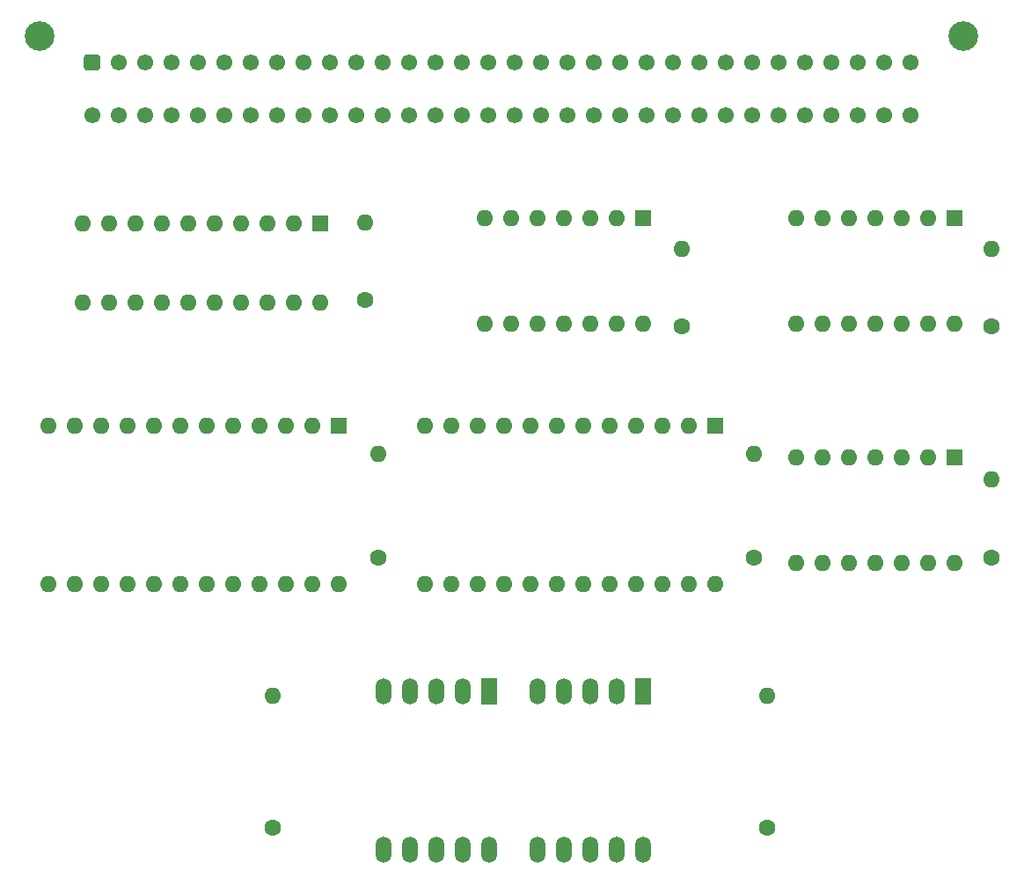
<source format=gbr>
%TF.GenerationSoftware,KiCad,Pcbnew,(5.1.12)-1*%
%TF.CreationDate,2022-04-03T13:26:01+02:00*%
%TF.ProjectId,ec1834-post,65633138-3334-42d7-906f-73742e6b6963,rev?*%
%TF.SameCoordinates,Original*%
%TF.FileFunction,Soldermask,Bot*%
%TF.FilePolarity,Negative*%
%FSLAX46Y46*%
G04 Gerber Fmt 4.6, Leading zero omitted, Abs format (unit mm)*
G04 Created by KiCad (PCBNEW (5.1.12)-1) date 2022-04-03 13:26:01*
%MOMM*%
%LPD*%
G01*
G04 APERTURE LIST*
%ADD10O,1.600000X1.600000*%
%ADD11C,1.600000*%
%ADD12R,1.600000X1.600000*%
%ADD13C,1.550000*%
%ADD14C,2.850000*%
%ADD15R,1.524000X2.524000*%
%ADD16O,1.524000X2.524000*%
G04 APERTURE END LIST*
D10*
%TO.C,C1*%
X85725000Y-43935000D03*
D11*
X85725000Y-51435000D03*
%TD*%
D10*
%TO.C,U2*%
X112000000Y-51160000D03*
X96760000Y-41000000D03*
X109460000Y-51160000D03*
X99300000Y-41000000D03*
X106920000Y-51160000D03*
X101840000Y-41000000D03*
X104380000Y-51160000D03*
X104380000Y-41000000D03*
X101840000Y-51160000D03*
X106920000Y-41000000D03*
X99300000Y-51160000D03*
X109460000Y-41000000D03*
X96760000Y-51160000D03*
D12*
X112000000Y-41000000D03*
%TD*%
D10*
%TO.C,U5*%
X52705000Y-76240000D03*
X24765000Y-61000000D03*
X50165000Y-76240000D03*
X27305000Y-61000000D03*
X47625000Y-76240000D03*
X29845000Y-61000000D03*
X45085000Y-76240000D03*
X32385000Y-61000000D03*
X42545000Y-76240000D03*
X34925000Y-61000000D03*
X40005000Y-76240000D03*
X37465000Y-61000000D03*
X37465000Y-76240000D03*
X40005000Y-61000000D03*
X34925000Y-76240000D03*
X42545000Y-61000000D03*
X32385000Y-76240000D03*
X45085000Y-61000000D03*
X29845000Y-76240000D03*
X47625000Y-61000000D03*
X27305000Y-76240000D03*
X50165000Y-61000000D03*
X24765000Y-76240000D03*
D12*
X52705000Y-61000000D03*
%TD*%
D10*
%TO.C,C6*%
X92710000Y-63660000D03*
D11*
X92710000Y-73660000D03*
%TD*%
D10*
%TO.C,C5*%
X56515000Y-63660000D03*
D11*
X56515000Y-73660000D03*
%TD*%
D10*
%TO.C,C4*%
X55245000Y-41395000D03*
D11*
X55245000Y-48895000D03*
%TD*%
D10*
%TO.C,C3*%
X115570000Y-66160000D03*
D11*
X115570000Y-73660000D03*
%TD*%
D10*
%TO.C,C2*%
X115570000Y-43935000D03*
D11*
X115570000Y-51435000D03*
%TD*%
D10*
%TO.C,U1*%
X82000000Y-51160000D03*
X66760000Y-41000000D03*
X79460000Y-51160000D03*
X69300000Y-41000000D03*
X76920000Y-51160000D03*
X71840000Y-41000000D03*
X74380000Y-51160000D03*
X74380000Y-41000000D03*
X71840000Y-51160000D03*
X76920000Y-41000000D03*
X69300000Y-51160000D03*
X79460000Y-41000000D03*
X66760000Y-51160000D03*
D12*
X82000000Y-41000000D03*
%TD*%
D10*
%TO.C,U4*%
X51000000Y-49105000D03*
X28140000Y-41485000D03*
X48460000Y-49105000D03*
X30680000Y-41485000D03*
X45920000Y-49105000D03*
X33220000Y-41485000D03*
X43380000Y-49105000D03*
X35760000Y-41485000D03*
X40840000Y-49105000D03*
X38300000Y-41485000D03*
X38300000Y-49105000D03*
X40840000Y-41485000D03*
X35760000Y-49105000D03*
X43380000Y-41485000D03*
X33220000Y-49105000D03*
X45920000Y-41485000D03*
X30680000Y-49105000D03*
X48460000Y-41485000D03*
X28140000Y-49105000D03*
D12*
X51000000Y-41485000D03*
%TD*%
D13*
%TO.C,U0*%
X107740000Y-31080000D03*
X105200000Y-31080000D03*
X102660000Y-31080000D03*
X100120000Y-31080000D03*
X97580000Y-31080000D03*
X95040000Y-31080000D03*
X92500000Y-31080000D03*
X89960000Y-31080000D03*
X87420000Y-31080000D03*
X84880000Y-31080000D03*
X82340000Y-31080000D03*
X79800000Y-31080000D03*
X77260000Y-31080000D03*
X74720000Y-31080000D03*
X72180000Y-31080000D03*
X69640000Y-31080000D03*
X67100000Y-31080000D03*
X64560000Y-31080000D03*
X62020000Y-31080000D03*
X59480000Y-31080000D03*
X56940000Y-31080000D03*
X54400000Y-31080000D03*
X51860000Y-31080000D03*
X49320000Y-31080000D03*
X46780000Y-31080000D03*
X44240000Y-31080000D03*
X41700000Y-31080000D03*
X39160000Y-31080000D03*
X36620000Y-31080000D03*
X34080000Y-31080000D03*
X31540000Y-31080000D03*
X29000000Y-31080000D03*
X107740000Y-26000000D03*
X105200000Y-26000000D03*
X102660000Y-26000000D03*
X100120000Y-26000000D03*
X97580000Y-26000000D03*
X95040000Y-26000000D03*
X92500000Y-26000000D03*
X89960000Y-26000000D03*
X87420000Y-26000000D03*
X84880000Y-26000000D03*
X82340000Y-26000000D03*
X79800000Y-26000000D03*
X77260000Y-26000000D03*
X74720000Y-26000000D03*
X72180000Y-26000000D03*
X69640000Y-26000000D03*
X67100000Y-26000000D03*
X64560000Y-26000000D03*
X62020000Y-26000000D03*
X59480000Y-26000000D03*
X56940000Y-26000000D03*
X54400000Y-26000000D03*
X51860000Y-26000000D03*
X49320000Y-26000000D03*
X46780000Y-26000000D03*
X44240000Y-26000000D03*
X41700000Y-26000000D03*
X39160000Y-26000000D03*
X36620000Y-26000000D03*
X34080000Y-26000000D03*
X31540000Y-26000000D03*
G36*
G01*
X28225000Y-26525002D02*
X28225000Y-25474998D01*
G75*
G02*
X28474998Y-25225000I249998J0D01*
G01*
X29525002Y-25225000D01*
G75*
G02*
X29775000Y-25474998I0J-249998D01*
G01*
X29775000Y-26525002D01*
G75*
G02*
X29525002Y-26775000I-249998J0D01*
G01*
X28474998Y-26775000D01*
G75*
G02*
X28225000Y-26525002I0J249998D01*
G01*
G37*
D14*
X112820000Y-23460000D03*
X23920000Y-23460000D03*
%TD*%
D10*
%TO.C,U6*%
X89000000Y-76240000D03*
X61060000Y-61000000D03*
X86460000Y-76240000D03*
X63600000Y-61000000D03*
X83920000Y-76240000D03*
X66140000Y-61000000D03*
X81380000Y-76240000D03*
X68680000Y-61000000D03*
X78840000Y-76240000D03*
X71220000Y-61000000D03*
X76300000Y-76240000D03*
X73760000Y-61000000D03*
X73760000Y-76240000D03*
X76300000Y-61000000D03*
X71220000Y-76240000D03*
X78840000Y-61000000D03*
X68680000Y-76240000D03*
X81380000Y-61000000D03*
X66140000Y-76240000D03*
X83920000Y-61000000D03*
X63600000Y-76240000D03*
X86460000Y-61000000D03*
X61060000Y-76240000D03*
D12*
X89000000Y-61000000D03*
%TD*%
D10*
%TO.C,U3*%
X112000000Y-74160000D03*
X96760000Y-64000000D03*
X109460000Y-74160000D03*
X99300000Y-64000000D03*
X106920000Y-74160000D03*
X101840000Y-64000000D03*
X104380000Y-74160000D03*
X104380000Y-64000000D03*
X101840000Y-74160000D03*
X106920000Y-64000000D03*
X99300000Y-74160000D03*
X109460000Y-64000000D03*
X96760000Y-74160000D03*
D12*
X112000000Y-64000000D03*
%TD*%
D10*
%TO.C,R2*%
X93980000Y-86995000D03*
D11*
X93980000Y-99695000D03*
%TD*%
D10*
%TO.C,R1*%
X46355000Y-86995000D03*
D11*
X46355000Y-99695000D03*
%TD*%
D15*
%TO.C,AFF2*%
X67210000Y-86555000D03*
D16*
X64670000Y-86555000D03*
X62130000Y-86555000D03*
X59590000Y-86555000D03*
X57050000Y-86555000D03*
X57050000Y-101795000D03*
X59590000Y-101795000D03*
X62130000Y-101795000D03*
X64670000Y-101795000D03*
X67210000Y-101795000D03*
%TD*%
D15*
%TO.C,AFF1*%
X82000000Y-86555000D03*
D16*
X79460000Y-86555000D03*
X76920000Y-86555000D03*
X74380000Y-86555000D03*
X71840000Y-86555000D03*
X71840000Y-101795000D03*
X74380000Y-101795000D03*
X76920000Y-101795000D03*
X79460000Y-101795000D03*
X82000000Y-101795000D03*
%TD*%
M02*

</source>
